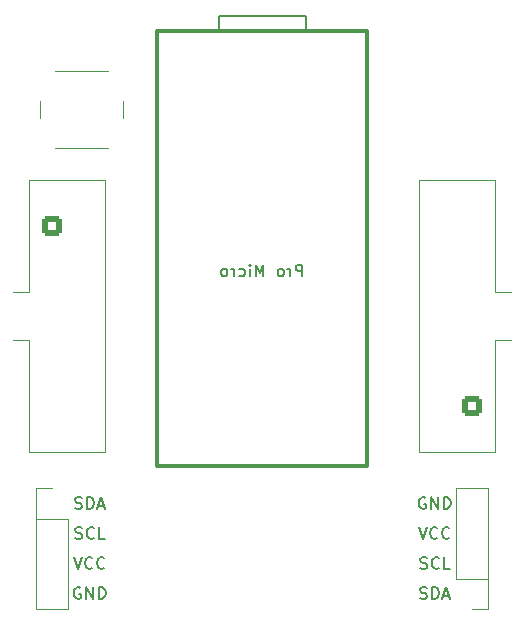
<source format=gto>
%TF.GenerationSoftware,KiCad,Pcbnew,(6.0.6-1)-1*%
%TF.CreationDate,2022-07-19T11:26:52+08:00*%
%TF.ProjectId,Control,436f6e74-726f-46c2-9e6b-696361645f70,V3.2.2*%
%TF.SameCoordinates,PX7df6180PY32de760*%
%TF.FileFunction,Legend,Top*%
%TF.FilePolarity,Positive*%
%FSLAX46Y46*%
G04 Gerber Fmt 4.6, Leading zero omitted, Abs format (unit mm)*
G04 Created by KiCad (PCBNEW (6.0.6-1)-1) date 2022-07-19 11:26:52*
%MOMM*%
%LPD*%
G01*
G04 APERTURE LIST*
G04 Aperture macros list*
%AMRoundRect*
0 Rectangle with rounded corners*
0 $1 Rounding radius*
0 $2 $3 $4 $5 $6 $7 $8 $9 X,Y pos of 4 corners*
0 Add a 4 corners polygon primitive as box body*
4,1,4,$2,$3,$4,$5,$6,$7,$8,$9,$2,$3,0*
0 Add four circle primitives for the rounded corners*
1,1,$1+$1,$2,$3*
1,1,$1+$1,$4,$5*
1,1,$1+$1,$6,$7*
1,1,$1+$1,$8,$9*
0 Add four rect primitives between the rounded corners*
20,1,$1+$1,$2,$3,$4,$5,0*
20,1,$1+$1,$4,$5,$6,$7,0*
20,1,$1+$1,$6,$7,$8,$9,0*
20,1,$1+$1,$8,$9,$2,$3,0*%
G04 Aperture macros list end*
%ADD10C,0.152400*%
%ADD11C,0.200000*%
%ADD12C,0.120000*%
%ADD13C,0.300000*%
%ADD14C,0.381000*%
%ADD15C,0.010000*%
%ADD16RoundRect,0.250000X-0.600000X-0.600000X0.600000X-0.600000X0.600000X0.600000X-0.600000X0.600000X0*%
%ADD17C,1.700000*%
%ADD18RoundRect,0.250000X0.600000X0.600000X-0.600000X0.600000X-0.600000X-0.600000X0.600000X-0.600000X0*%
%ADD19C,2.000000*%
%ADD20R,1.700000X1.700000*%
%ADD21O,1.700000X1.700000*%
G04 APERTURE END LIST*
D10*
X21450904Y-31877000D02*
X21354142Y-31828619D01*
X21209000Y-31828619D01*
X21063857Y-31877000D01*
X20967095Y-31973761D01*
X20918714Y-32070523D01*
X20870333Y-32264047D01*
X20870333Y-32409190D01*
X20918714Y-32602714D01*
X20967095Y-32699476D01*
X21063857Y-32796238D01*
X21209000Y-32844619D01*
X21305761Y-32844619D01*
X21450904Y-32796238D01*
X21499285Y-32747857D01*
X21499285Y-32409190D01*
X21305761Y-32409190D01*
X21934714Y-32844619D02*
X21934714Y-31828619D01*
X22515285Y-32844619D01*
X22515285Y-31828619D01*
X22999095Y-32844619D02*
X22999095Y-31828619D01*
X23241000Y-31828619D01*
X23386142Y-31877000D01*
X23482904Y-31973761D01*
X23531285Y-32070523D01*
X23579666Y-32264047D01*
X23579666Y-32409190D01*
X23531285Y-32602714D01*
X23482904Y-32699476D01*
X23386142Y-32796238D01*
X23241000Y-32844619D01*
X22999095Y-32844619D01*
X-8218715Y-32796238D02*
X-8073572Y-32844619D01*
X-7831667Y-32844619D01*
X-7734905Y-32796238D01*
X-7686524Y-32747857D01*
X-7638143Y-32651095D01*
X-7638143Y-32554333D01*
X-7686524Y-32457571D01*
X-7734905Y-32409190D01*
X-7831667Y-32360809D01*
X-8025191Y-32312428D01*
X-8121953Y-32264047D01*
X-8170334Y-32215666D01*
X-8218715Y-32118904D01*
X-8218715Y-32022142D01*
X-8170334Y-31925380D01*
X-8121953Y-31877000D01*
X-8025191Y-31828619D01*
X-7783286Y-31828619D01*
X-7638143Y-31877000D01*
X-7202715Y-32844619D02*
X-7202715Y-31828619D01*
X-6960810Y-31828619D01*
X-6815667Y-31877000D01*
X-6718905Y-31973761D01*
X-6670524Y-32070523D01*
X-6622143Y-32264047D01*
X-6622143Y-32409190D01*
X-6670524Y-32602714D01*
X-6718905Y-32699476D01*
X-6815667Y-32796238D01*
X-6960810Y-32844619D01*
X-7202715Y-32844619D01*
X-6235096Y-32554333D02*
X-5751286Y-32554333D01*
X-6331858Y-32844619D02*
X-5993191Y-31828619D01*
X-5654524Y-32844619D01*
X-8339667Y-36908619D02*
X-8001000Y-37924619D01*
X-7662334Y-36908619D01*
X-6743096Y-37827857D02*
X-6791477Y-37876238D01*
X-6936620Y-37924619D01*
X-7033381Y-37924619D01*
X-7178524Y-37876238D01*
X-7275286Y-37779476D01*
X-7323667Y-37682714D01*
X-7372048Y-37489190D01*
X-7372048Y-37344047D01*
X-7323667Y-37150523D01*
X-7275286Y-37053761D01*
X-7178524Y-36957000D01*
X-7033381Y-36908619D01*
X-6936620Y-36908619D01*
X-6791477Y-36957000D01*
X-6743096Y-37005380D01*
X-5727096Y-37827857D02*
X-5775477Y-37876238D01*
X-5920620Y-37924619D01*
X-6017381Y-37924619D01*
X-6162524Y-37876238D01*
X-6259286Y-37779476D01*
X-6307667Y-37682714D01*
X-6356048Y-37489190D01*
X-6356048Y-37344047D01*
X-6307667Y-37150523D01*
X-6259286Y-37053761D01*
X-6162524Y-36957000D01*
X-6017381Y-36908619D01*
X-5920620Y-36908619D01*
X-5775477Y-36957000D01*
X-5727096Y-37005380D01*
X-8194524Y-35336238D02*
X-8049381Y-35384619D01*
X-7807477Y-35384619D01*
X-7710715Y-35336238D01*
X-7662334Y-35287857D01*
X-7613953Y-35191095D01*
X-7613953Y-35094333D01*
X-7662334Y-34997571D01*
X-7710715Y-34949190D01*
X-7807477Y-34900809D01*
X-8001000Y-34852428D01*
X-8097762Y-34804047D01*
X-8146143Y-34755666D01*
X-8194524Y-34658904D01*
X-8194524Y-34562142D01*
X-8146143Y-34465380D01*
X-8097762Y-34417000D01*
X-8001000Y-34368619D01*
X-7759096Y-34368619D01*
X-7613953Y-34417000D01*
X-6597953Y-35287857D02*
X-6646334Y-35336238D01*
X-6791477Y-35384619D01*
X-6888239Y-35384619D01*
X-7033381Y-35336238D01*
X-7130143Y-35239476D01*
X-7178524Y-35142714D01*
X-7226905Y-34949190D01*
X-7226905Y-34804047D01*
X-7178524Y-34610523D01*
X-7130143Y-34513761D01*
X-7033381Y-34417000D01*
X-6888239Y-34368619D01*
X-6791477Y-34368619D01*
X-6646334Y-34417000D01*
X-6597953Y-34465380D01*
X-5678715Y-35384619D02*
X-6162524Y-35384619D01*
X-6162524Y-34368619D01*
X21015476Y-37876238D02*
X21160619Y-37924619D01*
X21402523Y-37924619D01*
X21499285Y-37876238D01*
X21547666Y-37827857D01*
X21596047Y-37731095D01*
X21596047Y-37634333D01*
X21547666Y-37537571D01*
X21499285Y-37489190D01*
X21402523Y-37440809D01*
X21209000Y-37392428D01*
X21112238Y-37344047D01*
X21063857Y-37295666D01*
X21015476Y-37198904D01*
X21015476Y-37102142D01*
X21063857Y-37005380D01*
X21112238Y-36957000D01*
X21209000Y-36908619D01*
X21450904Y-36908619D01*
X21596047Y-36957000D01*
X22612047Y-37827857D02*
X22563666Y-37876238D01*
X22418523Y-37924619D01*
X22321761Y-37924619D01*
X22176619Y-37876238D01*
X22079857Y-37779476D01*
X22031476Y-37682714D01*
X21983095Y-37489190D01*
X21983095Y-37344047D01*
X22031476Y-37150523D01*
X22079857Y-37053761D01*
X22176619Y-36957000D01*
X22321761Y-36908619D01*
X22418523Y-36908619D01*
X22563666Y-36957000D01*
X22612047Y-37005380D01*
X23531285Y-37924619D02*
X23047476Y-37924619D01*
X23047476Y-36908619D01*
X20870333Y-34368619D02*
X21209000Y-35384619D01*
X21547666Y-34368619D01*
X22466904Y-35287857D02*
X22418523Y-35336238D01*
X22273380Y-35384619D01*
X22176619Y-35384619D01*
X22031476Y-35336238D01*
X21934714Y-35239476D01*
X21886333Y-35142714D01*
X21837952Y-34949190D01*
X21837952Y-34804047D01*
X21886333Y-34610523D01*
X21934714Y-34513761D01*
X22031476Y-34417000D01*
X22176619Y-34368619D01*
X22273380Y-34368619D01*
X22418523Y-34417000D01*
X22466904Y-34465380D01*
X23482904Y-35287857D02*
X23434523Y-35336238D01*
X23289380Y-35384619D01*
X23192619Y-35384619D01*
X23047476Y-35336238D01*
X22950714Y-35239476D01*
X22902333Y-35142714D01*
X22853952Y-34949190D01*
X22853952Y-34804047D01*
X22902333Y-34610523D01*
X22950714Y-34513761D01*
X23047476Y-34417000D01*
X23192619Y-34368619D01*
X23289380Y-34368619D01*
X23434523Y-34417000D01*
X23482904Y-34465380D01*
X-7759096Y-39497000D02*
X-7855858Y-39448619D01*
X-8001000Y-39448619D01*
X-8146143Y-39497000D01*
X-8242905Y-39593761D01*
X-8291286Y-39690523D01*
X-8339667Y-39884047D01*
X-8339667Y-40029190D01*
X-8291286Y-40222714D01*
X-8242905Y-40319476D01*
X-8146143Y-40416238D01*
X-8001000Y-40464619D01*
X-7904239Y-40464619D01*
X-7759096Y-40416238D01*
X-7710715Y-40367857D01*
X-7710715Y-40029190D01*
X-7904239Y-40029190D01*
X-7275286Y-40464619D02*
X-7275286Y-39448619D01*
X-6694715Y-40464619D01*
X-6694715Y-39448619D01*
X-6210905Y-40464619D02*
X-6210905Y-39448619D01*
X-5969000Y-39448619D01*
X-5823858Y-39497000D01*
X-5727096Y-39593761D01*
X-5678715Y-39690523D01*
X-5630334Y-39884047D01*
X-5630334Y-40029190D01*
X-5678715Y-40222714D01*
X-5727096Y-40319476D01*
X-5823858Y-40416238D01*
X-5969000Y-40464619D01*
X-6210905Y-40464619D01*
X20991285Y-40416238D02*
X21136428Y-40464619D01*
X21378333Y-40464619D01*
X21475095Y-40416238D01*
X21523476Y-40367857D01*
X21571857Y-40271095D01*
X21571857Y-40174333D01*
X21523476Y-40077571D01*
X21475095Y-40029190D01*
X21378333Y-39980809D01*
X21184809Y-39932428D01*
X21088047Y-39884047D01*
X21039666Y-39835666D01*
X20991285Y-39738904D01*
X20991285Y-39642142D01*
X21039666Y-39545380D01*
X21088047Y-39497000D01*
X21184809Y-39448619D01*
X21426714Y-39448619D01*
X21571857Y-39497000D01*
X22007285Y-40464619D02*
X22007285Y-39448619D01*
X22249190Y-39448619D01*
X22394333Y-39497000D01*
X22491095Y-39593761D01*
X22539476Y-39690523D01*
X22587857Y-39884047D01*
X22587857Y-40029190D01*
X22539476Y-40222714D01*
X22491095Y-40319476D01*
X22394333Y-40416238D01*
X22249190Y-40464619D01*
X22007285Y-40464619D01*
X22974904Y-40174333D02*
X23458714Y-40174333D01*
X22878142Y-40464619D02*
X23216809Y-39448619D01*
X23555476Y-40464619D01*
D11*
%TO.C,U1*%
X11024761Y-13152380D02*
X11024761Y-12152380D01*
X10643809Y-12152380D01*
X10548571Y-12200000D01*
X10500952Y-12247619D01*
X10453333Y-12342857D01*
X10453333Y-12485714D01*
X10500952Y-12580952D01*
X10548571Y-12628571D01*
X10643809Y-12676190D01*
X11024761Y-12676190D01*
X10024761Y-13152380D02*
X10024761Y-12485714D01*
X10024761Y-12676190D02*
X9977142Y-12580952D01*
X9929523Y-12533333D01*
X9834285Y-12485714D01*
X9739047Y-12485714D01*
X9262857Y-13152380D02*
X9358095Y-13104761D01*
X9405714Y-13057142D01*
X9453333Y-12961904D01*
X9453333Y-12676190D01*
X9405714Y-12580952D01*
X9358095Y-12533333D01*
X9262857Y-12485714D01*
X9120000Y-12485714D01*
X9024761Y-12533333D01*
X8977142Y-12580952D01*
X8929523Y-12676190D01*
X8929523Y-12961904D01*
X8977142Y-13057142D01*
X9024761Y-13104761D01*
X9120000Y-13152380D01*
X9262857Y-13152380D01*
X7739047Y-13152380D02*
X7739047Y-12152380D01*
X7405714Y-12866666D01*
X7072380Y-12152380D01*
X7072380Y-13152380D01*
X6596190Y-13152380D02*
X6596190Y-12485714D01*
X6596190Y-12152380D02*
X6643809Y-12200000D01*
X6596190Y-12247619D01*
X6548571Y-12200000D01*
X6596190Y-12152380D01*
X6596190Y-12247619D01*
X5691428Y-13104761D02*
X5786666Y-13152380D01*
X5977142Y-13152380D01*
X6072380Y-13104761D01*
X6120000Y-13057142D01*
X6167619Y-12961904D01*
X6167619Y-12676190D01*
X6120000Y-12580952D01*
X6072380Y-12533333D01*
X5977142Y-12485714D01*
X5786666Y-12485714D01*
X5691428Y-12533333D01*
X5262857Y-13152380D02*
X5262857Y-12485714D01*
X5262857Y-12676190D02*
X5215238Y-12580952D01*
X5167619Y-12533333D01*
X5072380Y-12485714D01*
X4977142Y-12485714D01*
X4500952Y-13152380D02*
X4596190Y-13104761D01*
X4643809Y-13057142D01*
X4691428Y-12961904D01*
X4691428Y-12676190D01*
X4643809Y-12580952D01*
X4596190Y-12533333D01*
X4500952Y-12485714D01*
X4358095Y-12485714D01*
X4262857Y-12533333D01*
X4215238Y-12580952D01*
X4167619Y-12676190D01*
X4167619Y-12961904D01*
X4215238Y-13057142D01*
X4262857Y-13104761D01*
X4358095Y-13152380D01*
X4500952Y-13152380D01*
D12*
%TO.C,J1*%
X-12140000Y-14460000D02*
X-12140000Y-4980000D01*
X-12140000Y-18560000D02*
X-12140000Y-18560000D01*
X-12140000Y-4980000D02*
X-5640000Y-4980000D01*
X-12140000Y-28040000D02*
X-12140000Y-18560000D01*
X-12140000Y-18560000D02*
X-13450000Y-18560000D01*
X-5640000Y-28040000D02*
X-12140000Y-28040000D01*
X-13450000Y-14460000D02*
X-12140000Y-14460000D01*
X-5640000Y-4980000D02*
X-5640000Y-28040000D01*
%TO.C,J2*%
X20880000Y-4980000D02*
X27380000Y-4980000D01*
X20880000Y-28040000D02*
X20880000Y-4980000D01*
X27380000Y-14460000D02*
X28690000Y-14460000D01*
X27380000Y-4980000D02*
X27380000Y-14460000D01*
X28690000Y-18560000D02*
X27380000Y-18560000D01*
X27380000Y-14460000D02*
X27380000Y-14460000D01*
X27380000Y-28040000D02*
X20880000Y-28040000D01*
X27380000Y-18560000D02*
X27380000Y-28040000D01*
%TO.C,SW1*%
X-9945000Y-2270000D02*
X-5445000Y-2270000D01*
X-4195000Y230000D02*
X-4195000Y1730000D01*
X-11195000Y1730000D02*
X-11195000Y230000D01*
X-5445000Y4230000D02*
X-9945000Y4230000D01*
%TO.C,J3*%
X-11490000Y-41345000D02*
X-8830000Y-41345000D01*
X-8830000Y-33665000D02*
X-8830000Y-41345000D01*
X-11490000Y-33665000D02*
X-8830000Y-33665000D01*
X-11490000Y-31065000D02*
X-11490000Y-33725000D01*
X-11490000Y-31065000D02*
X-10160000Y-31065000D01*
X-11490000Y-33665000D02*
X-11490000Y-41345000D01*
X-11490000Y-32395000D02*
X-11490000Y-31065000D01*
%TO.C,J4*%
X24070000Y-38735000D02*
X24070000Y-31055000D01*
X26730000Y-38735000D02*
X26730000Y-31055000D01*
X26730000Y-41335000D02*
X25400000Y-41335000D01*
X26730000Y-38735000D02*
X24070000Y-38735000D01*
X26730000Y-31055000D02*
X24070000Y-31055000D01*
X26730000Y-41335000D02*
X26730000Y-38675000D01*
X26730000Y-40005000D02*
X26730000Y-41335000D01*
D11*
%TO.C,U1*%
X11303000Y8890000D02*
X3937000Y8890000D01*
X3937000Y8890000D02*
X3937000Y7620000D01*
D13*
X16510000Y7620000D02*
X16510000Y-29210000D01*
X16510000Y-29210000D02*
X-1270000Y-29210000D01*
X-1270000Y-29210000D02*
X-1270000Y7620000D01*
D11*
X11303000Y7620000D02*
X11303000Y8890000D01*
D13*
X-1270000Y7620000D02*
X16510000Y7620000D01*
%TD*%
%LPC*%
D14*
X-1631421Y-37344047D02*
X-1313921Y-34804047D01*
X-346302Y-34804047D01*
X-119517Y-34925000D01*
X-13683Y-35045952D01*
X77031Y-35287857D01*
X31674Y-35650714D01*
X-119517Y-35892619D01*
X-255588Y-36013571D01*
X-512612Y-36134523D01*
X-1480231Y-36134523D01*
X908579Y-37344047D02*
X1120245Y-35650714D01*
X1059769Y-36134523D02*
X1210960Y-35892619D01*
X1347031Y-35771666D01*
X1604055Y-35650714D01*
X1845960Y-35650714D01*
X3569531Y-37344047D02*
X3735841Y-36013571D01*
X3645126Y-35771666D01*
X3418341Y-35650714D01*
X2934531Y-35650714D01*
X2677507Y-35771666D01*
X3584650Y-37223095D02*
X3327626Y-37344047D01*
X2722864Y-37344047D01*
X2496079Y-37223095D01*
X2405364Y-36981190D01*
X2435602Y-36739285D01*
X2586793Y-36497380D01*
X2843817Y-36376428D01*
X3448579Y-36376428D01*
X3705602Y-36255476D01*
X6079293Y-35650714D02*
X5822269Y-37706904D01*
X5671079Y-37948809D01*
X5535007Y-38069761D01*
X5277983Y-38190714D01*
X4915126Y-38190714D01*
X4688341Y-38069761D01*
X5882745Y-37223095D02*
X5625722Y-37344047D01*
X5141912Y-37344047D01*
X4915126Y-37223095D01*
X4809293Y-37102142D01*
X4718579Y-36860238D01*
X4809293Y-36134523D01*
X4960483Y-35892619D01*
X5096555Y-35771666D01*
X5353579Y-35650714D01*
X5837388Y-35650714D01*
X6064174Y-35771666D01*
X7077150Y-37344047D02*
X7288817Y-35650714D01*
X7258579Y-35892619D02*
X7394650Y-35771666D01*
X7651674Y-35650714D01*
X8014531Y-35650714D01*
X8241317Y-35771666D01*
X8332031Y-36013571D01*
X8165722Y-37344047D01*
X8332031Y-36013571D02*
X8483222Y-35771666D01*
X8740245Y-35650714D01*
X9103102Y-35650714D01*
X9329888Y-35771666D01*
X9420602Y-36013571D01*
X9254293Y-37344047D01*
X11552388Y-37344047D02*
X11718698Y-36013571D01*
X11627983Y-35771666D01*
X11401198Y-35650714D01*
X10917388Y-35650714D01*
X10660364Y-35771666D01*
X11567507Y-37223095D02*
X11310483Y-37344047D01*
X10705722Y-37344047D01*
X10478936Y-37223095D01*
X10388222Y-36981190D01*
X10418460Y-36739285D01*
X10569650Y-36497380D01*
X10826674Y-36376428D01*
X11431436Y-36376428D01*
X11688460Y-36255476D01*
X12610722Y-35650714D02*
X13578341Y-35650714D01*
X13079412Y-34804047D02*
X12807269Y-36981190D01*
X12897983Y-37223095D01*
X13124769Y-37344047D01*
X13366674Y-37344047D01*
X14213341Y-37344047D02*
X14425007Y-35650714D01*
X14530841Y-34804047D02*
X14394769Y-34925000D01*
X14500602Y-35045952D01*
X14636674Y-34925000D01*
X14530841Y-34804047D01*
X14500602Y-35045952D01*
X16526555Y-37223095D02*
X16269531Y-37344047D01*
X15785722Y-37344047D01*
X15558936Y-37223095D01*
X15453102Y-37102142D01*
X15362388Y-36860238D01*
X15453102Y-36134523D01*
X15604293Y-35892619D01*
X15740364Y-35771666D01*
X15997388Y-35650714D01*
X16481198Y-35650714D01*
X16707983Y-35771666D01*
%TO.C,Logo1*%
G36*
X24639833Y-688663D02*
G01*
X24642048Y-726850D01*
X24643784Y-784886D01*
X24644899Y-858180D01*
X24645257Y-935055D01*
X24645257Y-1195196D01*
X24599326Y-1241127D01*
X24567675Y-1269429D01*
X24539890Y-1280893D01*
X24501915Y-1280168D01*
X24486840Y-1278321D01*
X24439726Y-1272948D01*
X24400756Y-1269869D01*
X24391257Y-1269585D01*
X24359233Y-1271445D01*
X24313432Y-1276114D01*
X24295674Y-1278321D01*
X24252057Y-1281735D01*
X24222745Y-1274320D01*
X24193680Y-1251427D01*
X24183188Y-1241127D01*
X24137257Y-1195196D01*
X24137257Y-708602D01*
X24174226Y-691758D01*
X24206059Y-679282D01*
X24224683Y-674914D01*
X24229458Y-688718D01*
X24233921Y-727286D01*
X24237775Y-786356D01*
X24240722Y-861663D01*
X24242143Y-925286D01*
X24246114Y-1175657D01*
X24280759Y-1180556D01*
X24312268Y-1177131D01*
X24327708Y-1166041D01*
X24332023Y-1145308D01*
X24335708Y-1101145D01*
X24338469Y-1039146D01*
X24340012Y-964909D01*
X24340235Y-926706D01*
X24340457Y-706783D01*
X24386166Y-690849D01*
X24418518Y-680015D01*
X24436115Y-674962D01*
X24436623Y-674914D01*
X24438388Y-688648D01*
X24440329Y-726730D01*
X24442282Y-784482D01*
X24444084Y-857227D01*
X24445343Y-925286D01*
X24449314Y-1175657D01*
X24536400Y-1175657D01*
X24540396Y-947240D01*
X24544392Y-718822D01*
X24586847Y-696868D01*
X24618192Y-681793D01*
X24636744Y-674951D01*
X24637279Y-674914D01*
X24639833Y-688663D01*
G37*
D15*
X24639833Y-688663D02*
X24642048Y-726850D01*
X24643784Y-784886D01*
X24644899Y-858180D01*
X24645257Y-935055D01*
X24645257Y-1195196D01*
X24599326Y-1241127D01*
X24567675Y-1269429D01*
X24539890Y-1280893D01*
X24501915Y-1280168D01*
X24486840Y-1278321D01*
X24439726Y-1272948D01*
X24400756Y-1269869D01*
X24391257Y-1269585D01*
X24359233Y-1271445D01*
X24313432Y-1276114D01*
X24295674Y-1278321D01*
X24252057Y-1281735D01*
X24222745Y-1274320D01*
X24193680Y-1251427D01*
X24183188Y-1241127D01*
X24137257Y-1195196D01*
X24137257Y-708602D01*
X24174226Y-691758D01*
X24206059Y-679282D01*
X24224683Y-674914D01*
X24229458Y-688718D01*
X24233921Y-727286D01*
X24237775Y-786356D01*
X24240722Y-861663D01*
X24242143Y-925286D01*
X24246114Y-1175657D01*
X24280759Y-1180556D01*
X24312268Y-1177131D01*
X24327708Y-1166041D01*
X24332023Y-1145308D01*
X24335708Y-1101145D01*
X24338469Y-1039146D01*
X24340012Y-964909D01*
X24340235Y-926706D01*
X24340457Y-706783D01*
X24386166Y-690849D01*
X24418518Y-680015D01*
X24436115Y-674962D01*
X24436623Y-674914D01*
X24438388Y-688648D01*
X24440329Y-726730D01*
X24442282Y-784482D01*
X24444084Y-857227D01*
X24445343Y-925286D01*
X24449314Y-1175657D01*
X24536400Y-1175657D01*
X24540396Y-947240D01*
X24544392Y-718822D01*
X24586847Y-696868D01*
X24618192Y-681793D01*
X24636744Y-674951D01*
X24637279Y-674914D01*
X24639833Y-688663D01*
G36*
X22963910Y4027652D02*
G01*
X23042454Y4027222D01*
X23099298Y4026058D01*
X23138105Y4023793D01*
X23162538Y4020060D01*
X23176262Y4014494D01*
X23182940Y4006727D01*
X23186236Y3996395D01*
X23186556Y3995057D01*
X23191562Y3970921D01*
X23200829Y3923299D01*
X23213392Y3857259D01*
X23228287Y3777872D01*
X23244551Y3690204D01*
X23245119Y3687125D01*
X23261410Y3601211D01*
X23276652Y3525304D01*
X23289861Y3463955D01*
X23300054Y3421718D01*
X23306248Y3403145D01*
X23306543Y3402816D01*
X23324788Y3393747D01*
X23362405Y3378633D01*
X23411271Y3360738D01*
X23411543Y3360642D01*
X23473093Y3337507D01*
X23545657Y3308035D01*
X23614057Y3278403D01*
X23617294Y3276938D01*
X23728702Y3226374D01*
X23975399Y3394840D01*
X24051077Y3446197D01*
X24119631Y3492111D01*
X24177088Y3529970D01*
X24219476Y3557163D01*
X24242825Y3571079D01*
X24245042Y3572111D01*
X24262010Y3567516D01*
X24293701Y3545345D01*
X24341352Y3504553D01*
X24406198Y3444095D01*
X24472397Y3379773D01*
X24536214Y3316388D01*
X24593329Y3258549D01*
X24640305Y3209825D01*
X24673703Y3173790D01*
X24690085Y3154016D01*
X24690694Y3152998D01*
X24692505Y3139428D01*
X24685683Y3117267D01*
X24668540Y3083522D01*
X24639393Y3035200D01*
X24596555Y2969308D01*
X24539448Y2884483D01*
X24488766Y2809823D01*
X24443461Y2742860D01*
X24406150Y2687484D01*
X24379452Y2647580D01*
X24365985Y2627038D01*
X24365137Y2625644D01*
X24366781Y2605962D01*
X24379245Y2567707D01*
X24400048Y2518111D01*
X24407462Y2502272D01*
X24439814Y2431710D01*
X24474328Y2351647D01*
X24502365Y2282371D01*
X24522568Y2230955D01*
X24538615Y2191881D01*
X24547888Y2171459D01*
X24549041Y2169886D01*
X24566096Y2167279D01*
X24606298Y2160137D01*
X24664302Y2149477D01*
X24734763Y2136315D01*
X24812335Y2121667D01*
X24891672Y2106551D01*
X24967431Y2091982D01*
X25034264Y2078978D01*
X25086828Y2068555D01*
X25119776Y2061730D01*
X25127857Y2059801D01*
X25136205Y2055038D01*
X25142506Y2044282D01*
X25147045Y2023902D01*
X25150104Y1990266D01*
X25151967Y1939745D01*
X25152918Y1868708D01*
X25153240Y1773524D01*
X25153257Y1734508D01*
X25153257Y1417201D01*
X25077057Y1402161D01*
X25034663Y1394005D01*
X24971400Y1382101D01*
X24894962Y1367884D01*
X24813043Y1352790D01*
X24790400Y1348645D01*
X24714806Y1333947D01*
X24648953Y1319495D01*
X24598366Y1306625D01*
X24568574Y1296678D01*
X24563612Y1293713D01*
X24551426Y1272717D01*
X24533953Y1232033D01*
X24514577Y1179678D01*
X24510734Y1168400D01*
X24485339Y1098477D01*
X24453817Y1019582D01*
X24422969Y948734D01*
X24422817Y948405D01*
X24371447Y837267D01*
X24540399Y588747D01*
X24709352Y340228D01*
X24492429Y122942D01*
X24426819Y58274D01*
X24366979Y1267D01*
X24316267Y-45033D01*
X24278046Y-77584D01*
X24255675Y-93343D01*
X24252466Y-94343D01*
X24233626Y-86469D01*
X24195180Y-64578D01*
X24141330Y-31267D01*
X24076276Y10869D01*
X24005940Y58057D01*
X23934555Y106190D01*
X23870908Y148072D01*
X23819041Y181129D01*
X23782995Y202782D01*
X23766867Y210457D01*
X23747189Y203963D01*
X23709875Y186850D01*
X23662621Y162674D01*
X23657612Y159987D01*
X23593977Y128073D01*
X23550341Y112421D01*
X23523202Y112255D01*
X23509057Y126796D01*
X23508975Y127000D01*
X23501905Y144221D01*
X23485042Y185101D01*
X23459695Y246475D01*
X23427171Y325181D01*
X23388778Y418053D01*
X23345822Y521928D01*
X23304222Y622498D01*
X23258504Y733484D01*
X23216526Y836297D01*
X23179548Y927785D01*
X23148827Y1004799D01*
X23125622Y1064185D01*
X23111190Y1102791D01*
X23106743Y1117200D01*
X23117896Y1133728D01*
X23147069Y1160070D01*
X23185971Y1189113D01*
X23296757Y1280961D01*
X23383351Y1386241D01*
X23444716Y1502734D01*
X23479815Y1628224D01*
X23487608Y1760493D01*
X23481943Y1821543D01*
X23451078Y1948205D01*
X23397920Y2060059D01*
X23325767Y2155999D01*
X23237917Y2234924D01*
X23137665Y2295730D01*
X23028310Y2337313D01*
X22913147Y2358572D01*
X22795475Y2358401D01*
X22678590Y2335699D01*
X22565789Y2289362D01*
X22460369Y2218287D01*
X22416368Y2178089D01*
X22331979Y2074871D01*
X22273222Y1962075D01*
X22239704Y1842990D01*
X22231035Y1720905D01*
X22246823Y1599107D01*
X22286678Y1480884D01*
X22350207Y1369525D01*
X22437021Y1268316D01*
X22534029Y1189113D01*
X22574437Y1158838D01*
X22602982Y1132781D01*
X22613257Y1117175D01*
X22607877Y1100157D01*
X22592575Y1059500D01*
X22568612Y998358D01*
X22537244Y919881D01*
X22499732Y827220D01*
X22457333Y723528D01*
X22415663Y622474D01*
X22369690Y511393D01*
X22327107Y408459D01*
X22289221Y316835D01*
X22257340Y239684D01*
X22232771Y180169D01*
X22216820Y141456D01*
X22210910Y127000D01*
X22196948Y112315D01*
X22169940Y112358D01*
X22126413Y127901D01*
X22062890Y159716D01*
X22062388Y159987D01*
X22014560Y184677D01*
X21975897Y202662D01*
X21954095Y210386D01*
X21953133Y210457D01*
X21936721Y202622D01*
X21900487Y180835D01*
X21848474Y147672D01*
X21784725Y105709D01*
X21714060Y58057D01*
X21642116Y9809D01*
X21577274Y-32151D01*
X21523735Y-65227D01*
X21485697Y-86821D01*
X21467533Y-94343D01*
X21450808Y-84457D01*
X21417180Y-56826D01*
X21370010Y-14495D01*
X21312658Y39495D01*
X21248484Y102101D01*
X21227497Y123017D01*
X21010499Y340377D01*
X21175668Y582780D01*
X21225864Y657219D01*
X21269919Y724028D01*
X21305362Y779335D01*
X21329719Y819271D01*
X21340522Y839964D01*
X21340838Y841437D01*
X21335143Y860942D01*
X21319826Y900178D01*
X21297537Y952570D01*
X21281893Y987645D01*
X21252641Y1054799D01*
X21225094Y1122642D01*
X21203737Y1179966D01*
X21197935Y1197428D01*
X21181452Y1244062D01*
X21165340Y1280095D01*
X21156490Y1293713D01*
X21136960Y1302048D01*
X21094334Y1313863D01*
X21034145Y1327819D01*
X20961922Y1342578D01*
X20929600Y1348645D01*
X20847522Y1363727D01*
X20768795Y1378331D01*
X20701109Y1391020D01*
X20652160Y1400358D01*
X20642943Y1402161D01*
X20566743Y1417201D01*
X20566743Y1734508D01*
X20566914Y1838846D01*
X20567616Y1917787D01*
X20569134Y1974962D01*
X20571749Y2014001D01*
X20575746Y2038535D01*
X20581409Y2052195D01*
X20589020Y2058611D01*
X20592143Y2059801D01*
X20610978Y2064020D01*
X20652588Y2072438D01*
X20711630Y2084039D01*
X20782757Y2097805D01*
X20860625Y2112720D01*
X20939887Y2127768D01*
X21015198Y2141931D01*
X21081213Y2154194D01*
X21132587Y2163539D01*
X21163975Y2168950D01*
X21170959Y2169886D01*
X21177285Y2182404D01*
X21191290Y2215754D01*
X21210355Y2263623D01*
X21217634Y2282371D01*
X21246996Y2354805D01*
X21281571Y2434830D01*
X21312537Y2502272D01*
X21335323Y2553841D01*
X21350482Y2596215D01*
X21355542Y2622166D01*
X21354736Y2625644D01*
X21344041Y2642064D01*
X21319620Y2678583D01*
X21284095Y2731313D01*
X21240087Y2796365D01*
X21190217Y2869849D01*
X21180356Y2884355D01*
X21122492Y2970296D01*
X21079956Y3035739D01*
X21051054Y3083696D01*
X21034090Y3117180D01*
X21027367Y3139205D01*
X21029190Y3152783D01*
X21029236Y3152869D01*
X21043586Y3170703D01*
X21075323Y3205183D01*
X21121010Y3252732D01*
X21177204Y3309778D01*
X21240468Y3372745D01*
X21247602Y3379773D01*
X21327330Y3456980D01*
X21388857Y3513670D01*
X21433421Y3550890D01*
X21462257Y3569685D01*
X21474958Y3572111D01*
X21493494Y3561529D01*
X21531961Y3537084D01*
X21586386Y3501388D01*
X21652798Y3457053D01*
X21727225Y3406689D01*
X21744601Y3394840D01*
X21991297Y3226374D01*
X22102706Y3276938D01*
X22170457Y3306405D01*
X22243183Y3336041D01*
X22305703Y3359670D01*
X22308457Y3360642D01*
X22357360Y3378543D01*
X22395057Y3393680D01*
X22413425Y3402790D01*
X22413456Y3402816D01*
X22419285Y3419283D01*
X22429192Y3459781D01*
X22442195Y3519758D01*
X22457309Y3594660D01*
X22473552Y3679936D01*
X22474881Y3687125D01*
X22491175Y3774986D01*
X22506133Y3854740D01*
X22518791Y3921319D01*
X22528186Y3969653D01*
X22533354Y3994675D01*
X22533444Y3995057D01*
X22536589Y4005701D01*
X22542704Y4013738D01*
X22555453Y4019533D01*
X22578500Y4023453D01*
X22615509Y4025865D01*
X22670144Y4027135D01*
X22746067Y4027629D01*
X22846944Y4027714D01*
X22860000Y4027714D01*
X22963910Y4027652D01*
G37*
X22963910Y4027652D02*
X23042454Y4027222D01*
X23099298Y4026058D01*
X23138105Y4023793D01*
X23162538Y4020060D01*
X23176262Y4014494D01*
X23182940Y4006727D01*
X23186236Y3996395D01*
X23186556Y3995057D01*
X23191562Y3970921D01*
X23200829Y3923299D01*
X23213392Y3857259D01*
X23228287Y3777872D01*
X23244551Y3690204D01*
X23245119Y3687125D01*
X23261410Y3601211D01*
X23276652Y3525304D01*
X23289861Y3463955D01*
X23300054Y3421718D01*
X23306248Y3403145D01*
X23306543Y3402816D01*
X23324788Y3393747D01*
X23362405Y3378633D01*
X23411271Y3360738D01*
X23411543Y3360642D01*
X23473093Y3337507D01*
X23545657Y3308035D01*
X23614057Y3278403D01*
X23617294Y3276938D01*
X23728702Y3226374D01*
X23975399Y3394840D01*
X24051077Y3446197D01*
X24119631Y3492111D01*
X24177088Y3529970D01*
X24219476Y3557163D01*
X24242825Y3571079D01*
X24245042Y3572111D01*
X24262010Y3567516D01*
X24293701Y3545345D01*
X24341352Y3504553D01*
X24406198Y3444095D01*
X24472397Y3379773D01*
X24536214Y3316388D01*
X24593329Y3258549D01*
X24640305Y3209825D01*
X24673703Y3173790D01*
X24690085Y3154016D01*
X24690694Y3152998D01*
X24692505Y3139428D01*
X24685683Y3117267D01*
X24668540Y3083522D01*
X24639393Y3035200D01*
X24596555Y2969308D01*
X24539448Y2884483D01*
X24488766Y2809823D01*
X24443461Y2742860D01*
X24406150Y2687484D01*
X24379452Y2647580D01*
X24365985Y2627038D01*
X24365137Y2625644D01*
X24366781Y2605962D01*
X24379245Y2567707D01*
X24400048Y2518111D01*
X24407462Y2502272D01*
X24439814Y2431710D01*
X24474328Y2351647D01*
X24502365Y2282371D01*
X24522568Y2230955D01*
X24538615Y2191881D01*
X24547888Y2171459D01*
X24549041Y2169886D01*
X24566096Y2167279D01*
X24606298Y2160137D01*
X24664302Y2149477D01*
X24734763Y2136315D01*
X24812335Y2121667D01*
X24891672Y2106551D01*
X24967431Y2091982D01*
X25034264Y2078978D01*
X25086828Y2068555D01*
X25119776Y2061730D01*
X25127857Y2059801D01*
X25136205Y2055038D01*
X25142506Y2044282D01*
X25147045Y2023902D01*
X25150104Y1990266D01*
X25151967Y1939745D01*
X25152918Y1868708D01*
X25153240Y1773524D01*
X25153257Y1734508D01*
X25153257Y1417201D01*
X25077057Y1402161D01*
X25034663Y1394005D01*
X24971400Y1382101D01*
X24894962Y1367884D01*
X24813043Y1352790D01*
X24790400Y1348645D01*
X24714806Y1333947D01*
X24648953Y1319495D01*
X24598366Y1306625D01*
X24568574Y1296678D01*
X24563612Y1293713D01*
X24551426Y1272717D01*
X24533953Y1232033D01*
X24514577Y1179678D01*
X24510734Y1168400D01*
X24485339Y1098477D01*
X24453817Y1019582D01*
X24422969Y948734D01*
X24422817Y948405D01*
X24371447Y837267D01*
X24540399Y588747D01*
X24709352Y340228D01*
X24492429Y122942D01*
X24426819Y58274D01*
X24366979Y1267D01*
X24316267Y-45033D01*
X24278046Y-77584D01*
X24255675Y-93343D01*
X24252466Y-94343D01*
X24233626Y-86469D01*
X24195180Y-64578D01*
X24141330Y-31267D01*
X24076276Y10869D01*
X24005940Y58057D01*
X23934555Y106190D01*
X23870908Y148072D01*
X23819041Y181129D01*
X23782995Y202782D01*
X23766867Y210457D01*
X23747189Y203963D01*
X23709875Y186850D01*
X23662621Y162674D01*
X23657612Y159987D01*
X23593977Y128073D01*
X23550341Y112421D01*
X23523202Y112255D01*
X23509057Y126796D01*
X23508975Y127000D01*
X23501905Y144221D01*
X23485042Y185101D01*
X23459695Y246475D01*
X23427171Y325181D01*
X23388778Y418053D01*
X23345822Y521928D01*
X23304222Y622498D01*
X23258504Y733484D01*
X23216526Y836297D01*
X23179548Y927785D01*
X23148827Y1004799D01*
X23125622Y1064185D01*
X23111190Y1102791D01*
X23106743Y1117200D01*
X23117896Y1133728D01*
X23147069Y1160070D01*
X23185971Y1189113D01*
X23296757Y1280961D01*
X23383351Y1386241D01*
X23444716Y1502734D01*
X23479815Y1628224D01*
X23487608Y1760493D01*
X23481943Y1821543D01*
X23451078Y1948205D01*
X23397920Y2060059D01*
X23325767Y2155999D01*
X23237917Y2234924D01*
X23137665Y2295730D01*
X23028310Y2337313D01*
X22913147Y2358572D01*
X22795475Y2358401D01*
X22678590Y2335699D01*
X22565789Y2289362D01*
X22460369Y2218287D01*
X22416368Y2178089D01*
X22331979Y2074871D01*
X22273222Y1962075D01*
X22239704Y1842990D01*
X22231035Y1720905D01*
X22246823Y1599107D01*
X22286678Y1480884D01*
X22350207Y1369525D01*
X22437021Y1268316D01*
X22534029Y1189113D01*
X22574437Y1158838D01*
X22602982Y1132781D01*
X22613257Y1117175D01*
X22607877Y1100157D01*
X22592575Y1059500D01*
X22568612Y998358D01*
X22537244Y919881D01*
X22499732Y827220D01*
X22457333Y723528D01*
X22415663Y622474D01*
X22369690Y511393D01*
X22327107Y408459D01*
X22289221Y316835D01*
X22257340Y239684D01*
X22232771Y180169D01*
X22216820Y141456D01*
X22210910Y127000D01*
X22196948Y112315D01*
X22169940Y112358D01*
X22126413Y127901D01*
X22062890Y159716D01*
X22062388Y159987D01*
X22014560Y184677D01*
X21975897Y202662D01*
X21954095Y210386D01*
X21953133Y210457D01*
X21936721Y202622D01*
X21900487Y180835D01*
X21848474Y147672D01*
X21784725Y105709D01*
X21714060Y58057D01*
X21642116Y9809D01*
X21577274Y-32151D01*
X21523735Y-65227D01*
X21485697Y-86821D01*
X21467533Y-94343D01*
X21450808Y-84457D01*
X21417180Y-56826D01*
X21370010Y-14495D01*
X21312658Y39495D01*
X21248484Y102101D01*
X21227497Y123017D01*
X21010499Y340377D01*
X21175668Y582780D01*
X21225864Y657219D01*
X21269919Y724028D01*
X21305362Y779335D01*
X21329719Y819271D01*
X21340522Y839964D01*
X21340838Y841437D01*
X21335143Y860942D01*
X21319826Y900178D01*
X21297537Y952570D01*
X21281893Y987645D01*
X21252641Y1054799D01*
X21225094Y1122642D01*
X21203737Y1179966D01*
X21197935Y1197428D01*
X21181452Y1244062D01*
X21165340Y1280095D01*
X21156490Y1293713D01*
X21136960Y1302048D01*
X21094334Y1313863D01*
X21034145Y1327819D01*
X20961922Y1342578D01*
X20929600Y1348645D01*
X20847522Y1363727D01*
X20768795Y1378331D01*
X20701109Y1391020D01*
X20652160Y1400358D01*
X20642943Y1402161D01*
X20566743Y1417201D01*
X20566743Y1734508D01*
X20566914Y1838846D01*
X20567616Y1917787D01*
X20569134Y1974962D01*
X20571749Y2014001D01*
X20575746Y2038535D01*
X20581409Y2052195D01*
X20589020Y2058611D01*
X20592143Y2059801D01*
X20610978Y2064020D01*
X20652588Y2072438D01*
X20711630Y2084039D01*
X20782757Y2097805D01*
X20860625Y2112720D01*
X20939887Y2127768D01*
X21015198Y2141931D01*
X21081213Y2154194D01*
X21132587Y2163539D01*
X21163975Y2168950D01*
X21170959Y2169886D01*
X21177285Y2182404D01*
X21191290Y2215754D01*
X21210355Y2263623D01*
X21217634Y2282371D01*
X21246996Y2354805D01*
X21281571Y2434830D01*
X21312537Y2502272D01*
X21335323Y2553841D01*
X21350482Y2596215D01*
X21355542Y2622166D01*
X21354736Y2625644D01*
X21344041Y2642064D01*
X21319620Y2678583D01*
X21284095Y2731313D01*
X21240087Y2796365D01*
X21190217Y2869849D01*
X21180356Y2884355D01*
X21122492Y2970296D01*
X21079956Y3035739D01*
X21051054Y3083696D01*
X21034090Y3117180D01*
X21027367Y3139205D01*
X21029190Y3152783D01*
X21029236Y3152869D01*
X21043586Y3170703D01*
X21075323Y3205183D01*
X21121010Y3252732D01*
X21177204Y3309778D01*
X21240468Y3372745D01*
X21247602Y3379773D01*
X21327330Y3456980D01*
X21388857Y3513670D01*
X21433421Y3550890D01*
X21462257Y3569685D01*
X21474958Y3572111D01*
X21493494Y3561529D01*
X21531961Y3537084D01*
X21586386Y3501388D01*
X21652798Y3457053D01*
X21727225Y3406689D01*
X21744601Y3394840D01*
X21991297Y3226374D01*
X22102706Y3276938D01*
X22170457Y3306405D01*
X22243183Y3336041D01*
X22305703Y3359670D01*
X22308457Y3360642D01*
X22357360Y3378543D01*
X22395057Y3393680D01*
X22413425Y3402790D01*
X22413456Y3402816D01*
X22419285Y3419283D01*
X22429192Y3459781D01*
X22442195Y3519758D01*
X22457309Y3594660D01*
X22473552Y3679936D01*
X22474881Y3687125D01*
X22491175Y3774986D01*
X22506133Y3854740D01*
X22518791Y3921319D01*
X22528186Y3969653D01*
X22533354Y3994675D01*
X22533444Y3995057D01*
X22536589Y4005701D01*
X22542704Y4013738D01*
X22555453Y4019533D01*
X22578500Y4023453D01*
X22615509Y4025865D01*
X22670144Y4027135D01*
X22746067Y4027629D01*
X22846944Y4027714D01*
X22860000Y4027714D01*
X22963910Y4027652D01*
G36*
X25728196Y-825384D02*
G01*
X25741884Y-776695D01*
X25764096Y-740849D01*
X25796574Y-712513D01*
X25810733Y-703355D01*
X25875053Y-679507D01*
X25945473Y-678006D01*
X26013595Y-696966D01*
X26071021Y-734497D01*
X26098719Y-768096D01*
X26120662Y-829064D01*
X26122405Y-877308D01*
X26118457Y-941816D01*
X25969686Y-1006934D01*
X25897349Y-1040202D01*
X25850084Y-1066964D01*
X25825507Y-1090144D01*
X25821237Y-1112667D01*
X25834889Y-1137455D01*
X25849943Y-1153886D01*
X25893746Y-1180235D01*
X25941389Y-1182081D01*
X25985145Y-1161546D01*
X26017289Y-1120752D01*
X26023038Y-1106347D01*
X26050576Y-1061356D01*
X26082258Y-1042182D01*
X26125714Y-1025779D01*
X26125714Y-1087966D01*
X26121872Y-1130283D01*
X26106823Y-1165969D01*
X26075280Y-1206943D01*
X26070592Y-1212267D01*
X26035506Y-1248720D01*
X26005347Y-1268283D01*
X25967615Y-1277283D01*
X25936335Y-1280230D01*
X25880385Y-1280965D01*
X25840555Y-1271660D01*
X25815708Y-1257846D01*
X25776656Y-1227467D01*
X25749625Y-1194613D01*
X25732517Y-1153294D01*
X25723238Y-1097521D01*
X25719693Y-1021305D01*
X25719410Y-982622D01*
X25720372Y-936247D01*
X25808007Y-936247D01*
X25809023Y-961126D01*
X25811556Y-965200D01*
X25828274Y-959665D01*
X25864249Y-945017D01*
X25912331Y-924190D01*
X25922386Y-919714D01*
X25983152Y-888814D01*
X26016632Y-861657D01*
X26023990Y-836220D01*
X26006391Y-810481D01*
X25991856Y-799109D01*
X25939410Y-776364D01*
X25890322Y-780122D01*
X25849227Y-807884D01*
X25820758Y-857152D01*
X25811631Y-896257D01*
X25808007Y-936247D01*
X25720372Y-936247D01*
X25721285Y-892249D01*
X25728196Y-825384D01*
G37*
X25728196Y-825384D02*
X25741884Y-776695D01*
X25764096Y-740849D01*
X25796574Y-712513D01*
X25810733Y-703355D01*
X25875053Y-679507D01*
X25945473Y-678006D01*
X26013595Y-696966D01*
X26071021Y-734497D01*
X26098719Y-768096D01*
X26120662Y-829064D01*
X26122405Y-877308D01*
X26118457Y-941816D01*
X25969686Y-1006934D01*
X25897349Y-1040202D01*
X25850084Y-1066964D01*
X25825507Y-1090144D01*
X25821237Y-1112667D01*
X25834889Y-1137455D01*
X25849943Y-1153886D01*
X25893746Y-1180235D01*
X25941389Y-1182081D01*
X25985145Y-1161546D01*
X26017289Y-1120752D01*
X26023038Y-1106347D01*
X26050576Y-1061356D01*
X26082258Y-1042182D01*
X26125714Y-1025779D01*
X26125714Y-1087966D01*
X26121872Y-1130283D01*
X26106823Y-1165969D01*
X26075280Y-1206943D01*
X26070592Y-1212267D01*
X26035506Y-1248720D01*
X26005347Y-1268283D01*
X25967615Y-1277283D01*
X25936335Y-1280230D01*
X25880385Y-1280965D01*
X25840555Y-1271660D01*
X25815708Y-1257846D01*
X25776656Y-1227467D01*
X25749625Y-1194613D01*
X25732517Y-1153294D01*
X25723238Y-1097521D01*
X25719693Y-1021305D01*
X25719410Y-982622D01*
X25720372Y-936247D01*
X25808007Y-936247D01*
X25809023Y-961126D01*
X25811556Y-965200D01*
X25828274Y-959665D01*
X25864249Y-945017D01*
X25912331Y-924190D01*
X25922386Y-919714D01*
X25983152Y-888814D01*
X26016632Y-861657D01*
X26023990Y-836220D01*
X26006391Y-810481D01*
X25991856Y-799109D01*
X25939410Y-776364D01*
X25890322Y-780122D01*
X25849227Y-807884D01*
X25820758Y-857152D01*
X25811631Y-896257D01*
X25808007Y-936247D01*
X25720372Y-936247D01*
X25721285Y-892249D01*
X25728196Y-825384D01*
G36*
X25004876Y-686335D02*
G01*
X25046667Y-705344D01*
X25079469Y-728378D01*
X25103503Y-754133D01*
X25120097Y-787358D01*
X25130577Y-832800D01*
X25136271Y-895207D01*
X25138507Y-979327D01*
X25138743Y-1034721D01*
X25138743Y-1250826D01*
X25101774Y-1267670D01*
X25072656Y-1279981D01*
X25058231Y-1284514D01*
X25055472Y-1271025D01*
X25053282Y-1234653D01*
X25051942Y-1181542D01*
X25051657Y-1139372D01*
X25050434Y-1078447D01*
X25047136Y-1030115D01*
X25042321Y-1000518D01*
X25038496Y-994229D01*
X25012783Y-1000652D01*
X24972418Y-1017125D01*
X24925679Y-1039458D01*
X24880845Y-1063457D01*
X24846193Y-1084930D01*
X24830002Y-1099685D01*
X24829938Y-1099845D01*
X24831330Y-1127152D01*
X24843818Y-1153219D01*
X24865743Y-1174392D01*
X24897743Y-1181474D01*
X24925092Y-1180649D01*
X24963826Y-1180042D01*
X24984158Y-1189116D01*
X24996369Y-1213092D01*
X24997909Y-1217613D01*
X25003203Y-1251806D01*
X24989047Y-1272568D01*
X24952148Y-1282462D01*
X24912289Y-1284292D01*
X24840562Y-1270727D01*
X24803432Y-1251355D01*
X24757576Y-1205845D01*
X24733256Y-1149983D01*
X24731073Y-1090957D01*
X24751629Y-1035953D01*
X24782549Y-1001486D01*
X24813420Y-982189D01*
X24861942Y-957759D01*
X24918485Y-932985D01*
X24927910Y-929199D01*
X24990019Y-901791D01*
X25025822Y-877634D01*
X25037337Y-853619D01*
X25026580Y-826635D01*
X25008114Y-805543D01*
X24964469Y-779572D01*
X24916446Y-777624D01*
X24872406Y-797637D01*
X24840709Y-837551D01*
X24836549Y-847848D01*
X24812327Y-885724D01*
X24776965Y-913842D01*
X24732343Y-936917D01*
X24732343Y-871485D01*
X24734969Y-831506D01*
X24746230Y-799997D01*
X24771199Y-766378D01*
X24795169Y-740484D01*
X24832441Y-703817D01*
X24861401Y-684121D01*
X24892505Y-676220D01*
X24927713Y-674914D01*
X25004876Y-686335D01*
G37*
X25004876Y-686335D02*
X25046667Y-705344D01*
X25079469Y-728378D01*
X25103503Y-754133D01*
X25120097Y-787358D01*
X25130577Y-832800D01*
X25136271Y-895207D01*
X25138507Y-979327D01*
X25138743Y-1034721D01*
X25138743Y-1250826D01*
X25101774Y-1267670D01*
X25072656Y-1279981D01*
X25058231Y-1284514D01*
X25055472Y-1271025D01*
X25053282Y-1234653D01*
X25051942Y-1181542D01*
X25051657Y-1139372D01*
X25050434Y-1078447D01*
X25047136Y-1030115D01*
X25042321Y-1000518D01*
X25038496Y-994229D01*
X25012783Y-1000652D01*
X24972418Y-1017125D01*
X24925679Y-1039458D01*
X24880845Y-1063457D01*
X24846193Y-1084930D01*
X24830002Y-1099685D01*
X24829938Y-1099845D01*
X24831330Y-1127152D01*
X24843818Y-1153219D01*
X24865743Y-1174392D01*
X24897743Y-1181474D01*
X24925092Y-1180649D01*
X24963826Y-1180042D01*
X24984158Y-1189116D01*
X24996369Y-1213092D01*
X24997909Y-1217613D01*
X25003203Y-1251806D01*
X24989047Y-1272568D01*
X24952148Y-1282462D01*
X24912289Y-1284292D01*
X24840562Y-1270727D01*
X24803432Y-1251355D01*
X24757576Y-1205845D01*
X24733256Y-1149983D01*
X24731073Y-1090957D01*
X24751629Y-1035953D01*
X24782549Y-1001486D01*
X24813420Y-982189D01*
X24861942Y-957759D01*
X24918485Y-932985D01*
X24927910Y-929199D01*
X24990019Y-901791D01*
X25025822Y-877634D01*
X25037337Y-853619D01*
X25026580Y-826635D01*
X25008114Y-805543D01*
X24964469Y-779572D01*
X24916446Y-777624D01*
X24872406Y-797637D01*
X24840709Y-837551D01*
X24836549Y-847848D01*
X24812327Y-885724D01*
X24776965Y-913842D01*
X24732343Y-936917D01*
X24732343Y-871485D01*
X24734969Y-831506D01*
X24746230Y-799997D01*
X24771199Y-766378D01*
X24795169Y-740484D01*
X24832441Y-703817D01*
X24861401Y-684121D01*
X24892505Y-676220D01*
X24927713Y-674914D01*
X25004876Y-686335D01*
G36*
X25512600Y-688752D02*
G01*
X25529948Y-696334D01*
X25571356Y-729128D01*
X25606765Y-776547D01*
X25628664Y-827151D01*
X25632229Y-852098D01*
X25620279Y-886927D01*
X25594067Y-905357D01*
X25565964Y-916516D01*
X25553095Y-918572D01*
X25546829Y-903649D01*
X25534456Y-871175D01*
X25529028Y-856502D01*
X25498590Y-805744D01*
X25454520Y-780427D01*
X25398010Y-781206D01*
X25393825Y-782203D01*
X25363655Y-796507D01*
X25341476Y-824393D01*
X25326327Y-869287D01*
X25317250Y-934615D01*
X25313286Y-1023804D01*
X25312914Y-1071261D01*
X25312730Y-1146071D01*
X25311522Y-1197069D01*
X25308309Y-1229471D01*
X25302109Y-1248495D01*
X25291940Y-1259356D01*
X25276819Y-1267272D01*
X25275946Y-1267670D01*
X25246828Y-1279981D01*
X25232403Y-1284514D01*
X25230186Y-1270809D01*
X25228289Y-1232925D01*
X25226847Y-1175715D01*
X25225998Y-1104027D01*
X25225829Y-1051565D01*
X25226692Y-950047D01*
X25230070Y-873032D01*
X25237142Y-816023D01*
X25249088Y-774526D01*
X25267090Y-744043D01*
X25292327Y-720080D01*
X25317247Y-703355D01*
X25377171Y-681097D01*
X25446911Y-676076D01*
X25512600Y-688752D01*
G37*
X25512600Y-688752D02*
X25529948Y-696334D01*
X25571356Y-729128D01*
X25606765Y-776547D01*
X25628664Y-827151D01*
X25632229Y-852098D01*
X25620279Y-886927D01*
X25594067Y-905357D01*
X25565964Y-916516D01*
X25553095Y-918572D01*
X25546829Y-903649D01*
X25534456Y-871175D01*
X25529028Y-856502D01*
X25498590Y-805744D01*
X25454520Y-780427D01*
X25398010Y-781206D01*
X25393825Y-782203D01*
X25363655Y-796507D01*
X25341476Y-824393D01*
X25326327Y-869287D01*
X25317250Y-934615D01*
X25313286Y-1023804D01*
X25312914Y-1071261D01*
X25312730Y-1146071D01*
X25311522Y-1197069D01*
X25308309Y-1229471D01*
X25302109Y-1248495D01*
X25291940Y-1259356D01*
X25276819Y-1267272D01*
X25275946Y-1267670D01*
X25246828Y-1279981D01*
X25232403Y-1284514D01*
X25230186Y-1270809D01*
X25228289Y-1232925D01*
X25226847Y-1175715D01*
X25225998Y-1104027D01*
X25225829Y-1051565D01*
X25226692Y-950047D01*
X25230070Y-873032D01*
X25237142Y-816023D01*
X25249088Y-774526D01*
X25267090Y-744043D01*
X25292327Y-720080D01*
X25317247Y-703355D01*
X25377171Y-681097D01*
X25446911Y-676076D01*
X25512600Y-688752D01*
G36*
X23644726Y-820086D02*
G01*
X23667135Y-768600D01*
X23702124Y-728443D01*
X23729375Y-707861D01*
X23778907Y-685625D01*
X23836316Y-675304D01*
X23889682Y-678067D01*
X23919543Y-689212D01*
X23931261Y-692383D01*
X23939037Y-680557D01*
X23944465Y-648866D01*
X23948571Y-600593D01*
X23953067Y-546829D01*
X23959313Y-514482D01*
X23970676Y-495985D01*
X23990528Y-483770D01*
X24003000Y-478362D01*
X24050171Y-458601D01*
X24050117Y-795358D01*
X24049933Y-903837D01*
X24049219Y-987287D01*
X24047675Y-1049704D01*
X24045001Y-1095085D01*
X24040894Y-1127429D01*
X24035055Y-1150733D01*
X24027182Y-1168995D01*
X24021221Y-1179418D01*
X23971855Y-1235945D01*
X23909264Y-1271377D01*
X23840013Y-1284090D01*
X23770668Y-1272463D01*
X23729375Y-1251568D01*
X23686025Y-1215422D01*
X23656481Y-1171276D01*
X23638655Y-1113462D01*
X23630463Y-1036313D01*
X23629302Y-979714D01*
X23629458Y-975647D01*
X23730857Y-975647D01*
X23731476Y-1040550D01*
X23734314Y-1083514D01*
X23740840Y-1111622D01*
X23752523Y-1131953D01*
X23766483Y-1147288D01*
X23813365Y-1176890D01*
X23863701Y-1179419D01*
X23911276Y-1154705D01*
X23914979Y-1151356D01*
X23930783Y-1133935D01*
X23940693Y-1113209D01*
X23946058Y-1082362D01*
X23948228Y-1034577D01*
X23948571Y-981748D01*
X23947827Y-915381D01*
X23944748Y-871106D01*
X23938061Y-842009D01*
X23926496Y-821173D01*
X23917013Y-810107D01*
X23872960Y-782198D01*
X23822224Y-778843D01*
X23773796Y-800159D01*
X23764450Y-808073D01*
X23748540Y-825647D01*
X23738610Y-846587D01*
X23733278Y-877782D01*
X23731163Y-926122D01*
X23730857Y-975647D01*
X23629458Y-975647D01*
X23632810Y-888568D01*
X23644726Y-820086D01*
G37*
X23644726Y-820086D02*
X23667135Y-768600D01*
X23702124Y-728443D01*
X23729375Y-707861D01*
X23778907Y-685625D01*
X23836316Y-675304D01*
X23889682Y-678067D01*
X23919543Y-689212D01*
X23931261Y-692383D01*
X23939037Y-680557D01*
X23944465Y-648866D01*
X23948571Y-600593D01*
X23953067Y-546829D01*
X23959313Y-514482D01*
X23970676Y-495985D01*
X23990528Y-483770D01*
X24003000Y-478362D01*
X24050171Y-458601D01*
X24050117Y-795358D01*
X24049933Y-903837D01*
X24049219Y-987287D01*
X24047675Y-1049704D01*
X24045001Y-1095085D01*
X24040894Y-1127429D01*
X24035055Y-1150733D01*
X24027182Y-1168995D01*
X24021221Y-1179418D01*
X23971855Y-1235945D01*
X23909264Y-1271377D01*
X23840013Y-1284090D01*
X23770668Y-1272463D01*
X23729375Y-1251568D01*
X23686025Y-1215422D01*
X23656481Y-1171276D01*
X23638655Y-1113462D01*
X23630463Y-1036313D01*
X23629302Y-979714D01*
X23629458Y-975647D01*
X23730857Y-975647D01*
X23731476Y-1040550D01*
X23734314Y-1083514D01*
X23740840Y-1111622D01*
X23752523Y-1131953D01*
X23766483Y-1147288D01*
X23813365Y-1176890D01*
X23863701Y-1179419D01*
X23911276Y-1154705D01*
X23914979Y-1151356D01*
X23930783Y-1133935D01*
X23940693Y-1113209D01*
X23946058Y-1082362D01*
X23948228Y-1034577D01*
X23948571Y-981748D01*
X23947827Y-915381D01*
X23944748Y-871106D01*
X23938061Y-842009D01*
X23926496Y-821173D01*
X23917013Y-810107D01*
X23872960Y-782198D01*
X23822224Y-778843D01*
X23773796Y-800159D01*
X23764450Y-808073D01*
X23748540Y-825647D01*
X23738610Y-846587D01*
X23733278Y-877782D01*
X23731163Y-926122D01*
X23730857Y-975647D01*
X23629458Y-975647D01*
X23632810Y-888568D01*
X23644726Y-820086D01*
G36*
X23389926Y-679755D02*
G01*
X23455858Y-704084D01*
X23509273Y-747117D01*
X23530164Y-777409D01*
X23552939Y-832994D01*
X23552466Y-873186D01*
X23528562Y-900217D01*
X23519717Y-904813D01*
X23481530Y-919144D01*
X23462028Y-915472D01*
X23455422Y-891407D01*
X23455086Y-878114D01*
X23442992Y-829210D01*
X23411471Y-794999D01*
X23367659Y-778476D01*
X23318695Y-782634D01*
X23278894Y-804227D01*
X23265450Y-816544D01*
X23255921Y-831487D01*
X23249485Y-854075D01*
X23245317Y-889328D01*
X23242597Y-942266D01*
X23240502Y-1017907D01*
X23239960Y-1041857D01*
X23237981Y-1123790D01*
X23235731Y-1181455D01*
X23232357Y-1219608D01*
X23227006Y-1243004D01*
X23218824Y-1256398D01*
X23206959Y-1264545D01*
X23199362Y-1268144D01*
X23167102Y-1280452D01*
X23148111Y-1284514D01*
X23141836Y-1270948D01*
X23138006Y-1229934D01*
X23136600Y-1160999D01*
X23137598Y-1063669D01*
X23137908Y-1048657D01*
X23140101Y-959859D01*
X23142693Y-895019D01*
X23146382Y-849067D01*
X23151864Y-816935D01*
X23159835Y-793553D01*
X23170993Y-773852D01*
X23176830Y-765410D01*
X23210296Y-728057D01*
X23247727Y-699003D01*
X23252309Y-696467D01*
X23319426Y-676443D01*
X23389926Y-679755D01*
G37*
X23389926Y-679755D02*
X23455858Y-704084D01*
X23509273Y-747117D01*
X23530164Y-777409D01*
X23552939Y-832994D01*
X23552466Y-873186D01*
X23528562Y-900217D01*
X23519717Y-904813D01*
X23481530Y-919144D01*
X23462028Y-915472D01*
X23455422Y-891407D01*
X23455086Y-878114D01*
X23442992Y-829210D01*
X23411471Y-794999D01*
X23367659Y-778476D01*
X23318695Y-782634D01*
X23278894Y-804227D01*
X23265450Y-816544D01*
X23255921Y-831487D01*
X23249485Y-854075D01*
X23245317Y-889328D01*
X23242597Y-942266D01*
X23240502Y-1017907D01*
X23239960Y-1041857D01*
X23237981Y-1123790D01*
X23235731Y-1181455D01*
X23232357Y-1219608D01*
X23227006Y-1243004D01*
X23218824Y-1256398D01*
X23206959Y-1264545D01*
X23199362Y-1268144D01*
X23167102Y-1280452D01*
X23148111Y-1284514D01*
X23141836Y-1270948D01*
X23138006Y-1229934D01*
X23136600Y-1160999D01*
X23137598Y-1063669D01*
X23137908Y-1048657D01*
X23140101Y-959859D01*
X23142693Y-895019D01*
X23146382Y-849067D01*
X23151864Y-816935D01*
X23159835Y-793553D01*
X23170993Y-773852D01*
X23176830Y-765410D01*
X23210296Y-728057D01*
X23247727Y-699003D01*
X23252309Y-696467D01*
X23319426Y-676443D01*
X23389926Y-679755D01*
G36*
X22899744Y-680968D02*
G01*
X22956616Y-702087D01*
X22957267Y-702493D01*
X22992440Y-728380D01*
X23018407Y-758633D01*
X23036670Y-798058D01*
X23048732Y-851462D01*
X23056096Y-923651D01*
X23060264Y-1019432D01*
X23060629Y-1033078D01*
X23065876Y-1238842D01*
X23021716Y-1261678D01*
X22989763Y-1277110D01*
X22970470Y-1284423D01*
X22969578Y-1284514D01*
X22966239Y-1271022D01*
X22963587Y-1234626D01*
X22961956Y-1181452D01*
X22961600Y-1138393D01*
X22961592Y-1068641D01*
X22958403Y-1024837D01*
X22947288Y-1003944D01*
X22923501Y-1002925D01*
X22882296Y-1018741D01*
X22820086Y-1047815D01*
X22774341Y-1071963D01*
X22750813Y-1092913D01*
X22743896Y-1115747D01*
X22743886Y-1116877D01*
X22755299Y-1156212D01*
X22789092Y-1177462D01*
X22840809Y-1180539D01*
X22878061Y-1180006D01*
X22897703Y-1190735D01*
X22909952Y-1216505D01*
X22917002Y-1249337D01*
X22906842Y-1267966D01*
X22903017Y-1270632D01*
X22867001Y-1281340D01*
X22816566Y-1282856D01*
X22764626Y-1275759D01*
X22727822Y-1262788D01*
X22676938Y-1219585D01*
X22648014Y-1159446D01*
X22642286Y-1112462D01*
X22646657Y-1070082D01*
X22662475Y-1035488D01*
X22693797Y-1004763D01*
X22744678Y-973990D01*
X22819176Y-939252D01*
X22823714Y-937288D01*
X22890821Y-906287D01*
X22932232Y-880862D01*
X22949981Y-858014D01*
X22946107Y-834745D01*
X22922643Y-808056D01*
X22915627Y-801914D01*
X22868630Y-778100D01*
X22819933Y-779103D01*
X22777522Y-802451D01*
X22749384Y-845675D01*
X22746769Y-854160D01*
X22721308Y-895308D01*
X22689001Y-915128D01*
X22642286Y-934770D01*
X22642286Y-883950D01*
X22656496Y-810082D01*
X22698675Y-742327D01*
X22720624Y-719661D01*
X22770517Y-690569D01*
X22833967Y-677400D01*
X22899744Y-680968D01*
G37*
X22899744Y-680968D02*
X22956616Y-702087D01*
X22957267Y-702493D01*
X22992440Y-728380D01*
X23018407Y-758633D01*
X23036670Y-798058D01*
X23048732Y-851462D01*
X23056096Y-923651D01*
X23060264Y-1019432D01*
X23060629Y-1033078D01*
X23065876Y-1238842D01*
X23021716Y-1261678D01*
X22989763Y-1277110D01*
X22970470Y-1284423D01*
X22969578Y-1284514D01*
X22966239Y-1271022D01*
X22963587Y-1234626D01*
X22961956Y-1181452D01*
X22961600Y-1138393D01*
X22961592Y-1068641D01*
X22958403Y-1024837D01*
X22947288Y-1003944D01*
X22923501Y-1002925D01*
X22882296Y-1018741D01*
X22820086Y-1047815D01*
X22774341Y-1071963D01*
X22750813Y-1092913D01*
X22743896Y-1115747D01*
X22743886Y-1116877D01*
X22755299Y-1156212D01*
X22789092Y-1177462D01*
X22840809Y-1180539D01*
X22878061Y-1180006D01*
X22897703Y-1190735D01*
X22909952Y-1216505D01*
X22917002Y-1249337D01*
X22906842Y-1267966D01*
X22903017Y-1270632D01*
X22867001Y-1281340D01*
X22816566Y-1282856D01*
X22764626Y-1275759D01*
X22727822Y-1262788D01*
X22676938Y-1219585D01*
X22648014Y-1159446D01*
X22642286Y-1112462D01*
X22646657Y-1070082D01*
X22662475Y-1035488D01*
X22693797Y-1004763D01*
X22744678Y-973990D01*
X22819176Y-939252D01*
X22823714Y-937288D01*
X22890821Y-906287D01*
X22932232Y-880862D01*
X22949981Y-858014D01*
X22946107Y-834745D01*
X22922643Y-808056D01*
X22915627Y-801914D01*
X22868630Y-778100D01*
X22819933Y-779103D01*
X22777522Y-802451D01*
X22749384Y-845675D01*
X22746769Y-854160D01*
X22721308Y-895308D01*
X22689001Y-915128D01*
X22642286Y-934770D01*
X22642286Y-883950D01*
X22656496Y-810082D01*
X22698675Y-742327D01*
X22720624Y-719661D01*
X22770517Y-690569D01*
X22833967Y-677400D01*
X22899744Y-680968D01*
G36*
X19597096Y-838159D02*
G01*
X19602068Y-801949D01*
X19610713Y-775299D01*
X19624005Y-751722D01*
X19626943Y-747338D01*
X19676313Y-688249D01*
X19730109Y-653947D01*
X19795602Y-640331D01*
X19817842Y-639665D01*
X19901115Y-651962D01*
X19969145Y-687733D01*
X20019351Y-745301D01*
X20037185Y-782312D01*
X20051063Y-837882D01*
X20058167Y-908096D01*
X20058840Y-984727D01*
X20053427Y-1059552D01*
X20042270Y-1124342D01*
X20025714Y-1170873D01*
X20020626Y-1178887D01*
X19960355Y-1238707D01*
X19888769Y-1274535D01*
X19811092Y-1285020D01*
X19732548Y-1268810D01*
X19710689Y-1259092D01*
X19668122Y-1229143D01*
X19630763Y-1189433D01*
X19627232Y-1184397D01*
X19612881Y-1160124D01*
X19603394Y-1134178D01*
X19597790Y-1100022D01*
X19595086Y-1051119D01*
X19594299Y-980935D01*
X19594286Y-965200D01*
X19594322Y-960192D01*
X19739429Y-960192D01*
X19740273Y-1026430D01*
X19743596Y-1070386D01*
X19750583Y-1098779D01*
X19762416Y-1118325D01*
X19768457Y-1124857D01*
X19803186Y-1149680D01*
X19836903Y-1148548D01*
X19870995Y-1127016D01*
X19891329Y-1104029D01*
X19903371Y-1070478D01*
X19910134Y-1017569D01*
X19910598Y-1011399D01*
X19911752Y-915513D01*
X19899688Y-844299D01*
X19874570Y-798194D01*
X19836560Y-777635D01*
X19822992Y-776514D01*
X19787364Y-782152D01*
X19762994Y-801686D01*
X19748093Y-839042D01*
X19740875Y-898150D01*
X19739429Y-960192D01*
X19594322Y-960192D01*
X19594826Y-890413D01*
X19597096Y-838159D01*
G37*
X19597096Y-838159D02*
X19602068Y-801949D01*
X19610713Y-775299D01*
X19624005Y-751722D01*
X19626943Y-747338D01*
X19676313Y-688249D01*
X19730109Y-653947D01*
X19795602Y-640331D01*
X19817842Y-639665D01*
X19901115Y-651962D01*
X19969145Y-687733D01*
X20019351Y-745301D01*
X20037185Y-782312D01*
X20051063Y-837882D01*
X20058167Y-908096D01*
X20058840Y-984727D01*
X20053427Y-1059552D01*
X20042270Y-1124342D01*
X20025714Y-1170873D01*
X20020626Y-1178887D01*
X19960355Y-1238707D01*
X19888769Y-1274535D01*
X19811092Y-1285020D01*
X19732548Y-1268810D01*
X19710689Y-1259092D01*
X19668122Y-1229143D01*
X19630763Y-1189433D01*
X19627232Y-1184397D01*
X19612881Y-1160124D01*
X19603394Y-1134178D01*
X19597790Y-1100022D01*
X19595086Y-1051119D01*
X19594299Y-980935D01*
X19594286Y-965200D01*
X19594322Y-960192D01*
X19739429Y-960192D01*
X19740273Y-1026430D01*
X19743596Y-1070386D01*
X19750583Y-1098779D01*
X19762416Y-1118325D01*
X19768457Y-1124857D01*
X19803186Y-1149680D01*
X19836903Y-1148548D01*
X19870995Y-1127016D01*
X19891329Y-1104029D01*
X19903371Y-1070478D01*
X19910134Y-1017569D01*
X19910598Y-1011399D01*
X19911752Y-915513D01*
X19899688Y-844299D01*
X19874570Y-798194D01*
X19836560Y-777635D01*
X19822992Y-776514D01*
X19787364Y-782152D01*
X19762994Y-801686D01*
X19748093Y-839042D01*
X19740875Y-898150D01*
X19739429Y-960192D01*
X19594322Y-960192D01*
X19594826Y-890413D01*
X19597096Y-838159D01*
G36*
X22235886Y-581289D02*
G01*
X22240139Y-640613D01*
X22245025Y-675572D01*
X22251795Y-690820D01*
X22261702Y-691015D01*
X22264914Y-689195D01*
X22307644Y-676015D01*
X22363227Y-676785D01*
X22419737Y-690333D01*
X22455082Y-707861D01*
X22491321Y-735861D01*
X22517813Y-767549D01*
X22535999Y-807813D01*
X22547322Y-861543D01*
X22553222Y-933626D01*
X22555143Y-1028951D01*
X22555177Y-1047237D01*
X22555200Y-1252646D01*
X22509491Y-1268580D01*
X22477027Y-1279420D01*
X22459215Y-1284468D01*
X22458691Y-1284514D01*
X22456937Y-1270828D01*
X22455444Y-1233076D01*
X22454326Y-1176224D01*
X22453697Y-1105234D01*
X22453600Y-1062073D01*
X22453398Y-976973D01*
X22452358Y-915981D01*
X22449831Y-874177D01*
X22445164Y-846642D01*
X22437707Y-828456D01*
X22426811Y-814698D01*
X22420007Y-808073D01*
X22373272Y-781375D01*
X22322272Y-779375D01*
X22276001Y-801955D01*
X22267444Y-810107D01*
X22254893Y-825436D01*
X22246188Y-843618D01*
X22240631Y-869909D01*
X22237526Y-909562D01*
X22236176Y-967832D01*
X22235886Y-1048173D01*
X22235886Y-1252646D01*
X22190177Y-1268580D01*
X22157713Y-1279420D01*
X22139901Y-1284468D01*
X22139377Y-1284514D01*
X22138037Y-1270623D01*
X22136828Y-1231439D01*
X22135801Y-1170700D01*
X22135002Y-1092141D01*
X22134481Y-999498D01*
X22134286Y-896509D01*
X22134286Y-499342D01*
X22181457Y-479444D01*
X22228629Y-459547D01*
X22235886Y-581289D01*
G37*
X22235886Y-581289D02*
X22240139Y-640613D01*
X22245025Y-675572D01*
X22251795Y-690820D01*
X22261702Y-691015D01*
X22264914Y-689195D01*
X22307644Y-676015D01*
X22363227Y-676785D01*
X22419737Y-690333D01*
X22455082Y-707861D01*
X22491321Y-735861D01*
X22517813Y-767549D01*
X22535999Y-807813D01*
X22547322Y-861543D01*
X22553222Y-933626D01*
X22555143Y-1028951D01*
X22555177Y-1047237D01*
X22555200Y-1252646D01*
X22509491Y-1268580D01*
X22477027Y-1279420D01*
X22459215Y-1284468D01*
X22458691Y-1284514D01*
X22456937Y-1270828D01*
X22455444Y-1233076D01*
X22454326Y-1176224D01*
X22453697Y-1105234D01*
X22453600Y-1062073D01*
X22453398Y-976973D01*
X22452358Y-915981D01*
X22449831Y-874177D01*
X22445164Y-846642D01*
X22437707Y-828456D01*
X22426811Y-814698D01*
X22420007Y-808073D01*
X22373272Y-781375D01*
X22322272Y-779375D01*
X22276001Y-801955D01*
X22267444Y-810107D01*
X22254893Y-825436D01*
X22246188Y-843618D01*
X22240631Y-869909D01*
X22237526Y-909562D01*
X22236176Y-967832D01*
X22235886Y-1048173D01*
X22235886Y-1252646D01*
X22190177Y-1268580D01*
X22157713Y-1279420D01*
X22139901Y-1284468D01*
X22139377Y-1284514D01*
X22138037Y-1270623D01*
X22136828Y-1231439D01*
X22135801Y-1170700D01*
X22135002Y-1092141D01*
X22134481Y-999498D01*
X22134286Y-896509D01*
X22134286Y-499342D01*
X22181457Y-479444D01*
X22228629Y-459547D01*
X22235886Y-581289D01*
G36*
X20731550Y-766212D02*
G01*
X20765456Y-717302D01*
X20826653Y-667878D01*
X20894063Y-643359D01*
X20962880Y-641797D01*
X21028303Y-661239D01*
X21085527Y-699735D01*
X21129749Y-755335D01*
X21156167Y-826086D01*
X21161510Y-878162D01*
X21160903Y-899893D01*
X21155822Y-916531D01*
X21141855Y-931437D01*
X21114589Y-947973D01*
X21069612Y-969498D01*
X21002511Y-999374D01*
X21002171Y-999524D01*
X20940407Y-1027813D01*
X20889759Y-1052933D01*
X20855404Y-1072179D01*
X20842518Y-1082848D01*
X20842514Y-1082934D01*
X20853872Y-1106166D01*
X20880431Y-1131774D01*
X20910923Y-1150221D01*
X20926370Y-1153886D01*
X20968515Y-1141212D01*
X21004808Y-1109471D01*
X21022517Y-1074572D01*
X21039552Y-1048845D01*
X21072922Y-1019546D01*
X21112149Y-994235D01*
X21146756Y-980471D01*
X21153993Y-979714D01*
X21162139Y-992160D01*
X21162630Y-1023972D01*
X21156643Y-1066866D01*
X21145357Y-1112558D01*
X21129950Y-1152761D01*
X21129171Y-1154322D01*
X21082804Y-1219062D01*
X21022711Y-1263097D01*
X20954465Y-1284711D01*
X20883638Y-1282185D01*
X20815804Y-1253804D01*
X20812788Y-1251808D01*
X20759427Y-1203448D01*
X20724340Y-1140352D01*
X20704922Y-1057387D01*
X20702316Y-1034078D01*
X20697701Y-924055D01*
X20703233Y-872748D01*
X20842514Y-872748D01*
X20844324Y-904753D01*
X20854222Y-914093D01*
X20878898Y-907105D01*
X20917795Y-890587D01*
X20961275Y-869881D01*
X20962356Y-869333D01*
X20999209Y-849949D01*
X21014000Y-837013D01*
X21010353Y-823451D01*
X20994995Y-805632D01*
X20955923Y-779845D01*
X20913846Y-777950D01*
X20876103Y-796717D01*
X20850034Y-832915D01*
X20842514Y-872748D01*
X20703233Y-872748D01*
X20707194Y-836027D01*
X20731550Y-766212D01*
G37*
X20731550Y-766212D02*
X20765456Y-717302D01*
X20826653Y-667878D01*
X20894063Y-643359D01*
X20962880Y-641797D01*
X21028303Y-661239D01*
X21085527Y-699735D01*
X21129749Y-755335D01*
X21156167Y-826086D01*
X21161510Y-878162D01*
X21160903Y-899893D01*
X21155822Y-916531D01*
X21141855Y-931437D01*
X21114589Y-947973D01*
X21069612Y-969498D01*
X21002511Y-999374D01*
X21002171Y-999524D01*
X20940407Y-1027813D01*
X20889759Y-1052933D01*
X20855404Y-1072179D01*
X20842518Y-1082848D01*
X20842514Y-1082934D01*
X20853872Y-1106166D01*
X20880431Y-1131774D01*
X20910923Y-1150221D01*
X20926370Y-1153886D01*
X20968515Y-1141212D01*
X21004808Y-1109471D01*
X21022517Y-1074572D01*
X21039552Y-1048845D01*
X21072922Y-1019546D01*
X21112149Y-994235D01*
X21146756Y-980471D01*
X21153993Y-979714D01*
X21162139Y-992160D01*
X21162630Y-1023972D01*
X21156643Y-1066866D01*
X21145357Y-1112558D01*
X21129950Y-1152761D01*
X21129171Y-1154322D01*
X21082804Y-1219062D01*
X21022711Y-1263097D01*
X20954465Y-1284711D01*
X20883638Y-1282185D01*
X20815804Y-1253804D01*
X20812788Y-1251808D01*
X20759427Y-1203448D01*
X20724340Y-1140352D01*
X20704922Y-1057387D01*
X20702316Y-1034078D01*
X20697701Y-924055D01*
X20703233Y-872748D01*
X20842514Y-872748D01*
X20844324Y-904753D01*
X20854222Y-914093D01*
X20878898Y-907105D01*
X20917795Y-890587D01*
X20961275Y-869881D01*
X20962356Y-869333D01*
X20999209Y-849949D01*
X21014000Y-837013D01*
X21010353Y-823451D01*
X20994995Y-805632D01*
X20955923Y-779845D01*
X20913846Y-777950D01*
X20876103Y-796717D01*
X20850034Y-832915D01*
X20842514Y-872748D01*
X20703233Y-872748D01*
X20707194Y-836027D01*
X20731550Y-766212D01*
G36*
X21576093Y-657780D02*
G01*
X21622672Y-684723D01*
X21655057Y-711466D01*
X21678742Y-739484D01*
X21695059Y-773748D01*
X21705339Y-819227D01*
X21710914Y-880892D01*
X21713116Y-963711D01*
X21713371Y-1023246D01*
X21713371Y-1242391D01*
X21651686Y-1270044D01*
X21590000Y-1297697D01*
X21582743Y-1057670D01*
X21579744Y-968028D01*
X21576598Y-902962D01*
X21572701Y-858026D01*
X21567447Y-828770D01*
X21560231Y-810748D01*
X21550450Y-799511D01*
X21547312Y-797079D01*
X21499761Y-778083D01*
X21451697Y-785600D01*
X21423086Y-805543D01*
X21411447Y-819675D01*
X21403391Y-838220D01*
X21398271Y-866334D01*
X21395441Y-909173D01*
X21394256Y-971895D01*
X21394057Y-1037261D01*
X21394018Y-1119268D01*
X21392614Y-1177316D01*
X21387914Y-1216465D01*
X21377987Y-1241780D01*
X21360903Y-1258323D01*
X21334732Y-1271156D01*
X21299775Y-1284491D01*
X21261596Y-1299007D01*
X21266141Y-1041389D01*
X21267971Y-948519D01*
X21270112Y-879889D01*
X21273181Y-830711D01*
X21277794Y-796198D01*
X21284568Y-771562D01*
X21294119Y-752016D01*
X21305634Y-734770D01*
X21361190Y-679680D01*
X21428980Y-647822D01*
X21502713Y-640191D01*
X21576093Y-657780D01*
G37*
X21576093Y-657780D02*
X21622672Y-684723D01*
X21655057Y-711466D01*
X21678742Y-739484D01*
X21695059Y-773748D01*
X21705339Y-819227D01*
X21710914Y-880892D01*
X21713116Y-963711D01*
X21713371Y-1023246D01*
X21713371Y-1242391D01*
X21651686Y-1270044D01*
X21590000Y-1297697D01*
X21582743Y-1057670D01*
X21579744Y-968028D01*
X21576598Y-902962D01*
X21572701Y-858026D01*
X21567447Y-828770D01*
X21560231Y-810748D01*
X21550450Y-799511D01*
X21547312Y-797079D01*
X21499761Y-778083D01*
X21451697Y-785600D01*
X21423086Y-805543D01*
X21411447Y-819675D01*
X21403391Y-838220D01*
X21398271Y-866334D01*
X21395441Y-909173D01*
X21394256Y-971895D01*
X21394057Y-1037261D01*
X21394018Y-1119268D01*
X21392614Y-1177316D01*
X21387914Y-1216465D01*
X21377987Y-1241780D01*
X21360903Y-1258323D01*
X21334732Y-1271156D01*
X21299775Y-1284491D01*
X21261596Y-1299007D01*
X21266141Y-1041389D01*
X21267971Y-948519D01*
X21270112Y-879889D01*
X21273181Y-830711D01*
X21277794Y-796198D01*
X21284568Y-771562D01*
X21294119Y-752016D01*
X21305634Y-734770D01*
X21361190Y-679680D01*
X21428980Y-647822D01*
X21502713Y-640191D01*
X21576093Y-657780D01*
G36*
X20153677Y-880333D02*
G01*
X20156450Y-832958D01*
X20160388Y-799290D01*
X20165849Y-775498D01*
X20173192Y-757753D01*
X20182777Y-742224D01*
X20186887Y-736381D01*
X20241405Y-681185D01*
X20310336Y-649890D01*
X20390072Y-641165D01*
X20459744Y-649918D01*
X20515201Y-677568D01*
X20564148Y-728480D01*
X20577629Y-747338D01*
X20592314Y-772015D01*
X20601842Y-798816D01*
X20607293Y-834587D01*
X20609747Y-886169D01*
X20610286Y-954267D01*
X20607852Y-1047588D01*
X20599394Y-1117657D01*
X20583174Y-1169931D01*
X20557454Y-1209869D01*
X20520497Y-1242929D01*
X20517782Y-1244886D01*
X20481360Y-1264908D01*
X20437502Y-1274815D01*
X20381724Y-1277257D01*
X20291048Y-1277257D01*
X20291010Y-1365283D01*
X20290166Y-1414308D01*
X20285024Y-1443065D01*
X20271587Y-1460311D01*
X20245858Y-1474808D01*
X20239679Y-1477769D01*
X20210764Y-1491648D01*
X20188376Y-1500414D01*
X20171729Y-1501171D01*
X20160036Y-1491023D01*
X20152510Y-1467073D01*
X20148366Y-1426426D01*
X20146815Y-1366186D01*
X20147071Y-1283455D01*
X20148349Y-1175339D01*
X20148748Y-1143000D01*
X20150185Y-1031524D01*
X20151472Y-958603D01*
X20290971Y-958603D01*
X20291755Y-1020499D01*
X20295240Y-1060997D01*
X20303124Y-1087708D01*
X20317105Y-1108244D01*
X20326597Y-1118260D01*
X20365404Y-1147567D01*
X20399763Y-1149952D01*
X20435216Y-1125750D01*
X20436114Y-1124857D01*
X20450539Y-1106153D01*
X20459313Y-1080732D01*
X20463739Y-1041584D01*
X20465118Y-981697D01*
X20465143Y-968430D01*
X20461812Y-885901D01*
X20450969Y-828691D01*
X20431340Y-793766D01*
X20401650Y-778094D01*
X20384491Y-776514D01*
X20343766Y-783926D01*
X20315832Y-808330D01*
X20299017Y-852980D01*
X20291650Y-921130D01*
X20290971Y-958603D01*
X20151472Y-958603D01*
X20151708Y-945245D01*
X20153677Y-880333D01*
G37*
X20153677Y-880333D02*
X20156450Y-832958D01*
X20160388Y-799290D01*
X20165849Y-775498D01*
X20173192Y-757753D01*
X20182777Y-742224D01*
X20186887Y-736381D01*
X20241405Y-681185D01*
X20310336Y-649890D01*
X20390072Y-641165D01*
X20459744Y-649918D01*
X20515201Y-677568D01*
X20564148Y-728480D01*
X20577629Y-747338D01*
X20592314Y-772015D01*
X20601842Y-798816D01*
X20607293Y-834587D01*
X20609747Y-886169D01*
X20610286Y-954267D01*
X20607852Y-1047588D01*
X20599394Y-1117657D01*
X20583174Y-1169931D01*
X20557454Y-1209869D01*
X20520497Y-1242929D01*
X20517782Y-1244886D01*
X20481360Y-1264908D01*
X20437502Y-1274815D01*
X20381724Y-1277257D01*
X20291048Y-1277257D01*
X20291010Y-1365283D01*
X20290166Y-1414308D01*
X20285024Y-1443065D01*
X20271587Y-1460311D01*
X20245858Y-1474808D01*
X20239679Y-1477769D01*
X20210764Y-1491648D01*
X20188376Y-1500414D01*
X20171729Y-1501171D01*
X20160036Y-1491023D01*
X20152510Y-1467073D01*
X20148366Y-1426426D01*
X20146815Y-1366186D01*
X20147071Y-1283455D01*
X20148349Y-1175339D01*
X20148748Y-1143000D01*
X20150185Y-1031524D01*
X20151472Y-958603D01*
X20290971Y-958603D01*
X20291755Y-1020499D01*
X20295240Y-1060997D01*
X20303124Y-1087708D01*
X20317105Y-1108244D01*
X20326597Y-1118260D01*
X20365404Y-1147567D01*
X20399763Y-1149952D01*
X20435216Y-1125750D01*
X20436114Y-1124857D01*
X20450539Y-1106153D01*
X20459313Y-1080732D01*
X20463739Y-1041584D01*
X20465118Y-981697D01*
X20465143Y-968430D01*
X20461812Y-885901D01*
X20450969Y-828691D01*
X20431340Y-793766D01*
X20401650Y-778094D01*
X20384491Y-776514D01*
X20343766Y-783926D01*
X20315832Y-808330D01*
X20299017Y-852980D01*
X20291650Y-921130D01*
X20290971Y-958603D01*
X20151472Y-958603D01*
X20151708Y-945245D01*
X20153677Y-880333D01*
%TD*%
D16*
%TO.C,J1*%
X-10160000Y-8890000D03*
D17*
X-7620000Y-8890000D03*
X-10160000Y-11430000D03*
X-7620000Y-11430000D03*
X-10160000Y-13970000D03*
X-7620000Y-13970000D03*
X-10160000Y-16510000D03*
X-7620000Y-16510000D03*
X-10160000Y-19050000D03*
X-7620000Y-19050000D03*
X-10160000Y-21590000D03*
X-7620000Y-21590000D03*
X-10160000Y-24130000D03*
X-7620000Y-24130000D03*
%TD*%
D18*
%TO.C,J2*%
X25400000Y-24130000D03*
D17*
X22860000Y-24130000D03*
X25400000Y-21590000D03*
X22860000Y-21590000D03*
X25400000Y-19050000D03*
X22860000Y-19050000D03*
X25400000Y-16510000D03*
X22860000Y-16510000D03*
X25400000Y-13970000D03*
X22860000Y-13970000D03*
X25400000Y-11430000D03*
X22860000Y-11430000D03*
X25400000Y-8890000D03*
X22860000Y-8890000D03*
%TD*%
D19*
%TO.C,SW1*%
X-10945000Y3230000D03*
X-10945000Y-1270000D03*
X-4445000Y3230000D03*
X-4445000Y-1270000D03*
%TD*%
D20*
%TO.C,J3*%
X-10160000Y-32395000D03*
D21*
X-10160000Y-34935000D03*
X-10160000Y-37475000D03*
X-10160000Y-40015000D03*
%TD*%
D20*
%TO.C,J4*%
X25400000Y-40005000D03*
D21*
X25400000Y-37465000D03*
X25400000Y-34925000D03*
X25400000Y-32385000D03*
%TD*%
M02*

</source>
